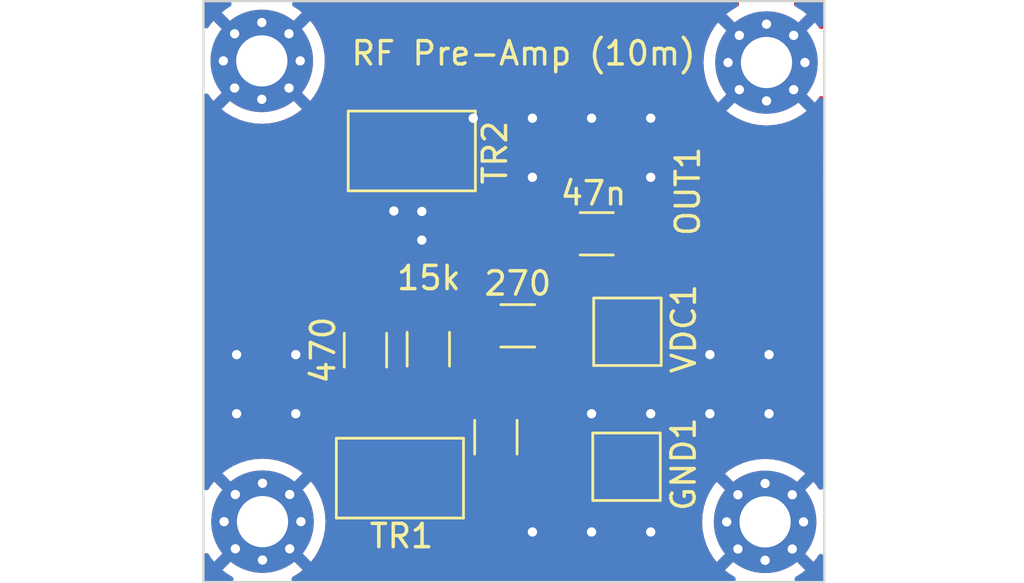
<source format=kicad_pcb>
(kicad_pcb (version 20221018) (generator pcbnew)
  (layers (0 "F.Cu" signal) (31 "B.Cu" signal) (34 "B.Paste" user) (35 "F.Paste" user) (36 "B.SilkS" user "B.Silkscreen") (37 "F.SilkS" user "F.Silkscreen") (38 "B.Mask" user) (39 "F.Mask" user) (44 "Edge.Cuts" user))
  (net 0 "")
  (net 1 "GND")
  (net 2 "Net-(IN1-In)")
  (net 3 "Net-(OUT1-In)")
  (net 4 "+12V")
  (net 5 "Net-(TR2-C)")
  (net 6 "Net-(TR1-E)")
  (net 7 "Net-(TR1-B)")
  (footprint "Resistor_SMD:R_1206_3216Metric_Pad1.30x1.75mm_HandSolder" (layer "F.Cu") (at 98.84 107.015 180)
    (fp_text reference "R1" hide)
    (fp_text value "270" (at 0 1.82) (layer "F.SilkS"))
    (fp_line (start -0.727064 -0.91) (end 0.727064 -0.91) (stroke (width 0.12)) (layer "F.SilkS"))
    (fp_line (start -0.727064 0.91) (end 0.727064 0.91) (stroke (width 0.12)) (layer "F.SilkS"))
    (pad "1" smd roundrect (at -1.55 0 180) (size 1.3 1.75) (layers "F.Cu" "F.Paste" "F.Mask") (roundrect_rratio 0.1923076923) (net 4 "+12V"))
    (pad "2" smd roundrect (at 1.55 0 180) (size 1.3 1.75) (layers "F.Cu" "F.Paste" "F.Mask") (roundrect_rratio 0.1923076923) (net 5 "Net-(TR2-C)"))
  )
  (footprint "TestPoint:TestPoint_Pad_2.5x2.5mm" (layer "F.Cu") (at 103.55 107.27)
    (fp_text reference "VDC1" (at 2.42 -0.13 90) (layer "F.SilkS"))
    (fp_text value "Conn_01x01" hide)
    (fp_line (start -1.45 -1.45) (end 1.45 -1.45) (stroke (width 0.12)) (layer "F.SilkS"))
    (fp_line (start -1.45 1.45) (end -1.45 -1.45) (stroke (width 0.12)) (layer "F.SilkS"))
    (fp_line (start 1.45 -1.45) (end 1.45 1.45) (stroke (width 0.12)) (layer "F.SilkS"))
    (fp_line (start 1.45 1.45) (end -1.45 1.45) (stroke (width 0.12)) (layer "F.SilkS"))
    (pad "1" smd rect (at 0 0) (size 2.5 2.5) (layers "F.Cu" "F.Mask") (net 4 "+12V"))
  )
  (footprint "Capacitor_SMD:C_1206_3216Metric_Pad1.33x1.80mm_HandSolder" (layer "F.Cu") (at 102.23 103.06)
    (fp_text reference "C1" hide)
    (fp_text value "47n" (at -0.14 -1.74) (layer "F.SilkS"))
    (fp_line (start -0.711252 -0.91) (end 0.711252 -0.91) (stroke (width 0.12)) (layer "F.SilkS"))
    (fp_line (start -0.711252 0.91) (end 0.711252 0.91) (stroke (width 0.12)) (layer "F.SilkS"))
    (pad "1" smd roundrect (at -1.5625 0) (size 1.325 1.8) (layers "F.Cu" "F.Paste" "F.Mask") (roundrect_rratio 0.188679) (net 5 "Net-(TR2-C)"))
    (pad "2" smd roundrect (at 1.5625 0) (size 1.325 1.8) (layers "F.Cu" "F.Paste" "F.Mask") (roundrect_rratio 0.188679) (net 3 "Net-(OUT1-In)"))
  )
  (footprint "Resistor_SMD:R_1206_3216Metric_Pad1.30x1.75mm_HandSolder" (layer "F.Cu") (at 97.9 111.8 -90)
    (fp_text reference "R2" hide)
    (fp_text value "470" hide)
    (fp_line (start -0.727064 -0.91) (end 0.727064 -0.91) (stroke (width 0.12)) (layer "F.SilkS"))
    (fp_line (start -0.727064 0.91) (end 0.727064 0.91) (stroke (width 0.12)) (layer "F.SilkS"))
    (pad "1" smd roundrect (at -1.55 0 270) (size 1.3 1.75) (layers "F.Cu" "F.Paste" "F.Mask") (roundrect_rratio 0.1923076923) (net 5 "Net-(TR2-C)"))
    (pad "2" smd roundrect (at 1.55 0 270) (size 1.3 1.75) (layers "F.Cu" "F.Paste" "F.Mask") (roundrect_rratio 0.1923076923) (net 6 "Net-(TR1-E)"))
  )
  (footprint "footprints:SMA_EDGELAUNCH_Modded" (layer "F.Cu") (at 111.292 103.09 180)
    (fp_text reference "OUT1" (at 5.152 3.86 90) (layer "F.SilkS") (effects (font (thickness 0.149962)) (justify right)))
    (fp_text value "SMA" hide)
    (pad "1" smd rect (at 2.032 0 270) (size 1.27 4.064) (layers "F.Cu" "F.Mask") (net 3 "Net-(OUT1-In)"))
    (pad "2" smd rect (at 2.032 -2.54 270) (size 1.524 4.064) (layers "F.Cu" "F.Mask") (net 1 "GND"))
    (pad "2" smd rect (at 2.032 2.54 270) (size 1.524 4.064) (layers "F.Cu" "F.Mask") (net 1 "GND"))
  )
  (footprint "footprints:SMA_EDGELAUNCH_Modded" (layer "F.Cu") (at 85.918 103.09)
    (fp_text reference "IN1" hide)
    (fp_text value "SMA")
    (pad "1" smd rect (at 2.032 0 90) (size 1.27 4.064) (layers "F.Cu" "F.Mask") (net 2 "Net-(IN1-In)"))
    (pad "2" smd rect (at 2.032 -2.54 90) (size 1.524 4.064) (layers "F.Cu" "F.Mask") (net 1 "GND"))
    (pad "2" smd rect (at 2.032 2.54 90) (size 1.524 4.064) (layers "F.Cu" "F.Mask") (net 1 "GND"))
  )
  (footprint "PCM_Package_TO_SOT_SMD_AKL:SOT-23_Handsoldering" (layer "F.Cu") (at 94.29 99.5)
    (fp_text reference "TR2" (at 3.57 0.07 90) (layer "F.SilkS"))
    (fp_text value "MMBT3904" hide)
    (fp_line (start -2.7305 -1.7145) (end -2.7305 1.7145) (stroke (width 0.12)) (layer "F.SilkS"))
    (fp_line (start -2.7305 1.7145) (end 2.7305 1.7145) (stroke (width 0.12)) (layer "F.SilkS"))
    (fp_line (start 2.7305 -1.7145) (end -2.7305 -1.7145) (stroke (width 0.12)) (layer "F.SilkS"))
    (fp_line (start 2.7305 1.7145) (end 2.7305 -1.7145) (stroke (width 0.12)) (layer "F.SilkS"))
    (pad "1" smd rect (at -1.5 -0.95) (size 1.9 0.8) (layers "F.Cu" "F.Paste" "F.Mask") (net 2 "Net-(IN1-In)"))
    (pad "2" smd rect (at -1.5 0.95) (size 1.9 0.8) (layers "F.Cu" "F.Paste" "F.Mask") (net 1 "GND"))
    (pad "3" smd rect (at 1.5 0) (size 1.9 0.8) (layers "F.Cu" "F.Paste" "F.Mask") (net 5 "Net-(TR2-C)"))
  )
  (footprint "MountingHole:MountingHole_2.2mm_M2_Pad_Via" (layer "F.Cu") (at 87.85 95.63)
    (fp_text reference "H1" hide)
    (fp_text value "MountingHole_Pad" hide)
    (pad "1" thru_hole circle (at -1.65 0) (size 0.7 0.7) (drill 0.4) (layers "*.Cu" "*.Mask") (net 1 "GND"))
    (pad "1" thru_hole circle (at -1.166726 -1.166726) (size 0.7 0.7) (drill 0.4) (layers "*.Cu" "*.Mask") (net 1 "GND"))
    (pad "1" thru_hole circle (at -1.166726 1.166726) (size 0.7 0.7) (drill 0.4) (layers "*.Cu" "*.Mask") (net 1 "GND"))
    (pad "1" thru_hole circle (at 0 -1.65) (size 0.7 0.7) (drill 0.4) (layers "*.Cu" "*.Mask") (net 1 "GND"))
    (pad "1" thru_hole circle (at 0 0) (size 4.4 4.4) (drill 2.2) (layers "*.Cu" "*.Mask") (net 1 "GND"))
    (pad "1" thru_hole circle (at 0 1.65) (size 0.7 0.7) (drill 0.4) (layers "*.Cu" "*.Mask") (net 1 "GND"))
    (pad "1" thru_hole circle (at 1.166726 -1.166726) (size 0.7 0.7) (drill 0.4) (layers "*.Cu" "*.Mask") (net 1 "GND"))
    (pad "1" thru_hole circle (at 1.166726 1.166726) (size 0.7 0.7) (drill 0.4) (layers "*.Cu" "*.Mask") (net 1 "GND"))
    (pad "1" thru_hole circle (at 1.65 0) (size 0.7 0.7) (drill 0.4) (layers "*.Cu" "*.Mask") (net 1 "GND"))
  )
  (footprint "TestPoint:TestPoint_Pad_2.5x2.5mm" (layer "F.Cu") (at 103.51 113.07)
    (fp_text reference "GND1" (at 2.45 -0.11 90) (layer "F.SilkS"))
    (fp_text value "Conn_01x01" hide)
    (fp_line (start -1.45 -1.45) (end 1.45 -1.45) (stroke (width 0.12)) (layer "F.SilkS"))
    (fp_line (start -1.45 1.45) (end -1.45 -1.45) (stroke (width 0.12)) (layer "F.SilkS"))
    (fp_line (start 1.45 -1.45) (end 1.45 1.45) (stroke (width 0.12)) (layer "F.SilkS"))
    (fp_line (start 1.45 1.45) (end -1.45 1.45) (stroke (width 0.12)) (layer "F.SilkS"))
    (pad "1" smd rect (at 0 0) (size 2.5 2.5) (layers "F.Cu" "F.Mask") (net 1 "GND"))
  )
  (footprint "Resistor_SMD:R_1206_3216Metric_Pad1.30x1.75mm_HandSolder" (layer "F.Cu") (at 92.3 108.06 -90)
    (fp_text reference "R4" hide)
    (fp_text value "470" (at 0 1.82 90) (layer "F.SilkS"))
    (fp_line (start -0.727064 -0.91) (end 0.727064 -0.91) (stroke (width 0.12)) (layer "F.SilkS"))
    (fp_line (start -0.727064 0.91) (end 0.727064 0.91) (stroke (width 0.12)) (layer "F.SilkS"))
    (pad "1" smd roundrect (at -1.55 0 270) (size 1.3 1.75) (layers "F.Cu" "F.Paste" "F.Mask") (roundrect_rratio 0.192308) (net 2 "Net-(IN1-In)"))
    (pad "2" smd roundrect (at 1.55 0 270) (size 1.3 1.75) (layers "F.Cu" "F.Paste" "F.Mask") (roundrect_rratio 0.192308) (net 7 "Net-(TR1-B)"))
  )
  (footprint "MountingHole:MountingHole_2.2mm_M2_Pad_Via" (layer "F.Cu") (at 109.52 95.7)
    (fp_text reference "H2" hide)
    (fp_text value "MountingHole_Pad" hide)
    (pad "1" thru_hole circle (at -1.65 0) (size 0.7 0.7) (drill 0.4) (layers "*.Cu" "*.Mask") (net 1 "GND"))
    (pad "1" thru_hole circle (at -1.166726 -1.166726) (size 0.7 0.7) (drill 0.4) (layers "*.Cu" "*.Mask") (net 1 "GND"))
    (pad "1" thru_hole circle (at -1.166726 1.166726) (size 0.7 0.7) (drill 0.4) (layers "*.Cu" "*.Mask") (net 1 "GND"))
    (pad "1" thru_hole circle (at 0 -1.65) (size 0.7 0.7) (drill 0.4) (layers "*.Cu" "*.Mask") (net 1 "GND"))
    (pad "1" thru_hole circle (at 0 0) (size 4.4 4.4) (drill 2.2) (layers "*.Cu" "*.Mask") (net 1 "GND"))
    (pad "1" thru_hole circle (at 0 1.65) (size 0.7 0.7) (drill 0.4) (layers "*.Cu" "*.Mask") (net 1 "GND"))
    (pad "1" thru_hole circle (at 1.166726 -1.166726) (size 0.7 0.7) (drill 0.4) (layers "*.Cu" "*.Mask") (net 1 "GND"))
    (pad "1" thru_hole circle (at 1.166726 1.166726) (size 0.7 0.7) (drill 0.4) (layers "*.Cu" "*.Mask") (net 1 "GND"))
    (pad "1" thru_hole circle (at 1.65 0) (size 0.7 0.7) (drill 0.4) (layers "*.Cu" "*.Mask") (net 1 "GND"))
  )
  (footprint "MountingHole:MountingHole_2.2mm_M2_Pad_Via" (layer "F.Cu") (at 87.88 115.43)
    (fp_text reference "H3" hide)
    (fp_text value "MountingHole_Pad" hide)
    (pad "1" thru_hole circle (at -1.65 0) (size 0.7 0.7) (drill 0.4) (layers "*.Cu" "*.Mask") (net 1 "GND"))
    (pad "1" thru_hole circle (at -1.166726 -1.166726) (size 0.7 0.7) (drill 0.4) (layers "*.Cu" "*.Mask") (net 1 "GND"))
    (pad "1" thru_hole circle (at -1.166726 1.166726) (size 0.7 0.7) (drill 0.4) (layers "*.Cu" "*.Mask") (net 1 "GND"))
    (pad "1" thru_hole circle (at 0 -1.65) (size 0.7 0.7) (drill 0.4) (layers "*.Cu" "*.Mask") (net 1 "GND"))
    (pad "1" thru_hole circle (at 0 0) (size 4.4 4.4) (drill 2.2) (layers "*.Cu" "*.Mask") (net 1 "GND"))
    (pad "1" thru_hole circle (at 0 1.65) (size 0.7 0.7) (drill 0.4) (layers "*.Cu" "*.Mask") (net 1 "GND"))
    (pad "1" thru_hole circle (at 1.166726 -1.166726) (size 0.7 0.7) (drill 0.4) (layers "*.Cu" "*.Mask") (net 1 "GND"))
    (pad "1" thru_hole circle (at 1.166726 1.166726) (size 0.7 0.7) (drill 0.4) (layers "*.Cu" "*.Mask") (net 1 "GND"))
    (pad "1" thru_hole circle (at 1.65 0) (size 0.7 0.7) (drill 0.4) (layers "*.Cu" "*.Mask") (net 1 "GND"))
  )
  (footprint "Resistor_SMD:R_1206_3216Metric_Pad1.30x1.75mm_HandSolder" (layer "F.Cu") (at 95 108.02 -90)
    (fp_text reference "R3" hide)
    (fp_text value "15k" (at -3.06 -0.02 -180) (layer "F.SilkS"))
    (fp_line (start -0.727064 -0.91) (end 0.727064 -0.91) (stroke (width 0.12)) (layer "F.SilkS"))
    (fp_line (start -0.727064 0.91) (end 0.727064 0.91) (stroke (width 0.12)) (layer "F.SilkS"))
    (pad "1" smd roundrect (at -1.55 0 270) (size 1.3 1.75) (layers "F.Cu" "F.Paste" "F.Mask") (roundrect_rratio 0.192308) (net 5 "Net-(TR2-C)"))
    (pad "2" smd roundrect (at 1.55 0 270) (size 1.3 1.75) (layers "F.Cu" "F.Paste" "F.Mask") (roundrect_rratio 0.192308) (net 7 "Net-(TR1-B)"))
  )
  (footprint "MountingHole:MountingHole_2.2mm_M2_Pad_Via" (layer "F.Cu") (at 109.46 115.44)
    (fp_text reference "H4" hide)
    (fp_text value "MountingHole_Pad" hide)
    (pad "1" thru_hole circle (at -1.65 0) (size 0.7 0.7) (drill 0.4) (layers "*.Cu" "*.Mask") (net 1 "GND"))
    (pad "1" thru_hole circle (at -1.166726 -1.166726) (size 0.7 0.7) (drill 0.4) (layers "*.Cu" "*.Mask") (net 1 "GND"))
    (pad "1" thru_hole circle (at -1.166726 1.166726) (size 0.7 0.7) (drill 0.4) (layers "*.Cu" "*.Mask") (net 1 "GND"))
    (pad "1" thru_hole circle (at 0 -1.65) (size 0.7 0.7) (drill 0.4) (layers "*.Cu" "*.Mask") (net 1 "GND"))
    (pad "1" thru_hole circle (at 0 0) (size 4.4 4.4) (drill 2.2) (layers "*.Cu" "*.Mask") (net 1 "GND"))
    (pad "1" thru_hole circle (at 0 1.65) (size 0.7 0.7) (drill 0.4) (layers "*.Cu" "*.Mask") (net 1 "GND"))
    (pad "1" thru_hole circle (at 1.166726 -1.166726) (size 0.7 0.7) (drill 0.4) (layers "*.Cu" "*.Mask") (net 1 "GND"))
    (pad "1" thru_hole circle (at 1.166726 1.166726) (size 0.7 0.7) (drill 0.4) (layers "*.Cu" "*.Mask") (net 1 "GND"))
    (pad "1" thru_hole circle (at 1.65 0) (size 0.7 0.7) (drill 0.4) (layers "*.Cu" "*.Mask") (net 1 "GND"))
  )
  (footprint "PCM_Package_TO_SOT_SMD_AKL:SOT-23_Handsoldering" (layer "F.Cu") (at 93.78 113.56)
    (fp_text reference "TR1" (at 0.07 2.49) (layer "F.SilkS"))
    (fp_text value "MMBT3904")
    (fp_line (start -2.7305 -1.7145) (end -2.7305 1.7145) (stroke (width 0.12)) (layer "F.SilkS"))
    (fp_line (start -2.7305 1.7145) (end 2.7305 1.7145) (stroke (width 0.12)) (layer "F.SilkS"))
    (fp_line (start 2.7305 -1.7145) (end -2.7305 -1.7145) (stroke (width 0.12)) (layer "F.SilkS"))
    (fp_line (start 2.7305 1.7145) (end 2.7305 -1.7145) (stroke (width 0.12)) (layer "F.SilkS"))
    (pad "1" smd rect (at -1.5 -0.95) (size 1.9 0.8) (layers "F.Cu" "F.Paste" "F.Mask") (net 7 "Net-(TR1-B)"))
    (pad "2" smd rect (at -1.5 0.95) (size 1.9 0.8) (layers "F.Cu" "F.Paste" "F.Mask") (net 6 "Net-(TR1-E)"))
    (pad "3" smd rect (at 1.5 0) (size 1.9 0.8) (layers "F.Cu" "F.Paste" "F.Mask") (net 1 "GND"))
  )
  (gr_rect (start 85.344 93.063) (end 112.0006 118.028) (stroke (width 0.1)) (fill none) (layer "Edge.Cuts"))
  (gr_text "RF Pre-Amp (10m)" (at 91.61 95.89) (layer "F.SilkS") (effects (font (size 1 1)) (justify left bottom)))
  (via (at 89.3089 110.793) (size 0.8) (drill 0.4) (layers "F.Cu" "B.Cu") (net 1))
  (via (at 86.7689 110.793) (size 0.8) (drill 0.4) (layers "F.Cu" "B.Cu") (net 1))
  (via (at 94.72 103.33) (size 0.8) (drill 0.4) (layers "F.Cu" "B.Cu") (net 1))
  (via (at 99.4689 115.873) (size 0.8) (drill 0.4) (layers "F.Cu" "B.Cu") (net 1))
  (via (at 104.5489 110.793) (size 0.8) (drill 0.4) (layers "F.Cu" "B.Cu") (net 1))
  (via (at 102.0089 110.793) (size 0.8) (drill 0.4) (layers "F.Cu" "B.Cu") (net 1))
  (via (at 94.72 102.1) (size 0.8) (drill 0.4) (layers "F.Cu" "B.Cu") (net 1))
  (via (at 99.4689 98.093) (size 0.8) (drill 0.4) (layers "F.Cu" "B.Cu") (net 1))
  (via (at 102.0089 98.093) (size 0.8) (drill 0.4) (layers "F.Cu" "B.Cu") (net 1))
  (via (at 104.5489 98.093) (size 0.8) (drill 0.4) (layers "F.Cu" "B.Cu") (net 1))
  (via (at 104.5489 115.873) (size 0.8) (drill 0.4) (layers "F.Cu" "B.Cu") (net 1))
  (via (at 96.9289 98.093) (size 0.8) (drill 0.4) (layers "F.Cu" "B.Cu") (net 1))
  (via (at 107.0889 110.793) (size 0.8) (drill 0.4) (layers "F.Cu" "B.Cu") (net 1))
  (via (at 86.7689 108.253) (size 0.8) (drill 0.4) (layers "F.Cu" "B.Cu") (net 1))
  (via (at 109.6289 110.793) (size 0.8) (drill 0.4) (layers "F.Cu" "B.Cu") (net 1))
  (via (at 107.0889 108.253) (size 0.8) (drill 0.4) (layers "F.Cu" "B.Cu") (net 1))
  (via (at 109.6289 108.253) (size 0.8) (drill 0.4) (layers "F.Cu" "B.Cu") (net 1))
  (via (at 99.4689 100.633) (size 0.8) (drill 0.4) (layers "F.Cu" "B.Cu") (net 1))
  (via (at 93.52 102.08) (size 0.8) (drill 0.4) (layers "F.Cu" "B.Cu") (net 1))
  (via (at 89.3089 108.253) (size 0.8) (drill 0.4) (layers "F.Cu" "B.Cu") (net 1))
  (via (at 102.0089 115.873) (size 0.8) (drill 0.4) (layers "F.Cu" "B.Cu") (net 1))
  (via (at 104.5489 100.633) (size 0.8) (drill 0.4) (layers "F.Cu" "B.Cu") (net 1))
  (segment (start 91.17 98.55) (end 90.89 98.83) (width 1) (layer "F.Cu") (net 2))
  (segment (start 92.37 106.44) (end 92.37 103.6) (width 1) (layer "F.Cu") (net 2))
  (segment (start 87.95 103.09) (end 90.89 103.09) (width 1) (layer "F.Cu") (net 2))
  (segment (start 92.37 103.6) (end 91.86 103.09) (width 1) (layer "F.Cu") (net 2))
  (segment (start 90.89 103.09) (end 90.89 98.83) (width 1) (layer "F.Cu") (net 2))
  (segment (start 91.86 103.09) (end 87.95 103.09) (width 1) (layer "F.Cu") (net 2))
  (segment (start 92.79 98.55) (end 91.17 98.55) (width 1) (layer "F.Cu") (net 2))
  (segment (start 103.7925 103.06) (end 109.23 103.06) (width 1) (layer "F.Cu") (net 3))
  (segment (start 100.39 107.015) (end 103.295 107.015) (width 1) (layer "F.Cu") (net 4))
  (segment (start 95.79 99.5) (end 96.78 99.5) (width 1) (layer "F.Cu") (net 5))
  (segment (start 95 106.47) (end 96.745 106.47) (width 1) (layer "F.Cu") (net 5))
  (segment (start 97.29 107.015) (end 97.29 109.64) (width 1) (layer "F.Cu") (net 5))
  (segment (start 96.78 99.5) (end 97.3 100.02) (width 1) (layer "F.Cu") (net 5))
  (segment (start 97.37 103.06) (end 97.3 102.99) (width 1) (layer "F.Cu") (net 5))
  (segment (start 97.3 102.99) (end 97.3 109.035) (width 1) (layer "F.Cu") (net 5))
  (segment (start 97.29 109.64) (end 97.9 110.25) (width 1) (layer "F.Cu") (net 5))
  (segment (start 97.3 100.02) (end 97.3 102.99) (width 1) (layer "F.Cu") (net 5))
  (segment (start 96.745 106.47) (end 97.29 107.015) (width 1) (layer "F.Cu") (net 5))
  (segment (start 100.6675 103.06) (end 97.37 103.06) (width 1) (layer "F.Cu") (net 5))
  (segment (start 92.63 115.84) (end 92.28 115.49) (width 1) (layer "F.Cu") (net 6))
  (segment (start 92.28 115.49) (end 92.28 114.51) (width 1) (layer "F.Cu") (net 6))
  (segment (start 97.9 113.35) (end 97.9 115.37) (width 1) (layer "F.Cu") (net 6))
  (segment (start 97.43 115.84) (end 92.63 115.84) (width 1) (layer "F.Cu") (net 6))
  (segment (start 97.9 115.37) (end 97.43 115.84) (width 1) (layer "F.Cu") (net 6))
  (segment (start 92.3 109.61) (end 94.96 109.61) (width 1) (layer "F.Cu") (net 7))
  (segment (start 92.3 109.61) (end 92.3 112.59) (width 1) (layer "F.Cu") (net 7))
  (segment (start 92.3 112.59) (end 92.28 112.61) (width 1) (layer "F.Cu") (net 7))
  (zone (net 1) (net_name "GND") (layer "F.Cu") (connect_pads (clearance 0.5)) (min_thickness 0.25) (fill yes (thermal_gap 0.5) (thermal_bridge_width 0.5))
    (polygon (pts (xy 85.384 93.117) (xy 112.026 93.047) (xy 111.966 117.998) (xy 85.324 118.068)))
  )
  (zone (net 1) (net_name "GND") (layer "B.Cu") (priority 1) (connect_pads (clearance 0.5)) (min_thickness 0.25) (fill yes (thermal_gap 0.5) (thermal_bridge_width 0.5))
    (polygon (pts (xy 85.32 93.06) (xy 85.35 118.04) (xy 111.98 118.07) (xy 111.95 93.09)))
  )
)
</source>
